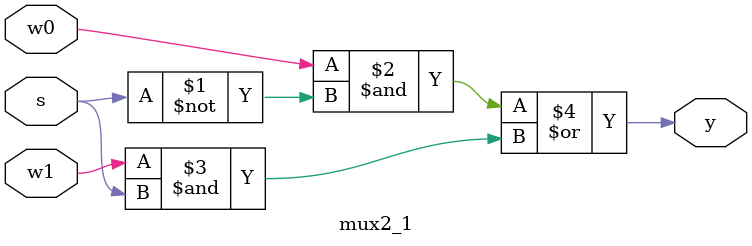
<source format=v>

/*MULTIPLEXADOR 2X1*/
module mux2_1(y, w0, w1, s);

    input w0, w1;
    input s;
   
    output y;
   
    assign y = w0 & (~s) | w1 & s;
   
endmodule
</source>
